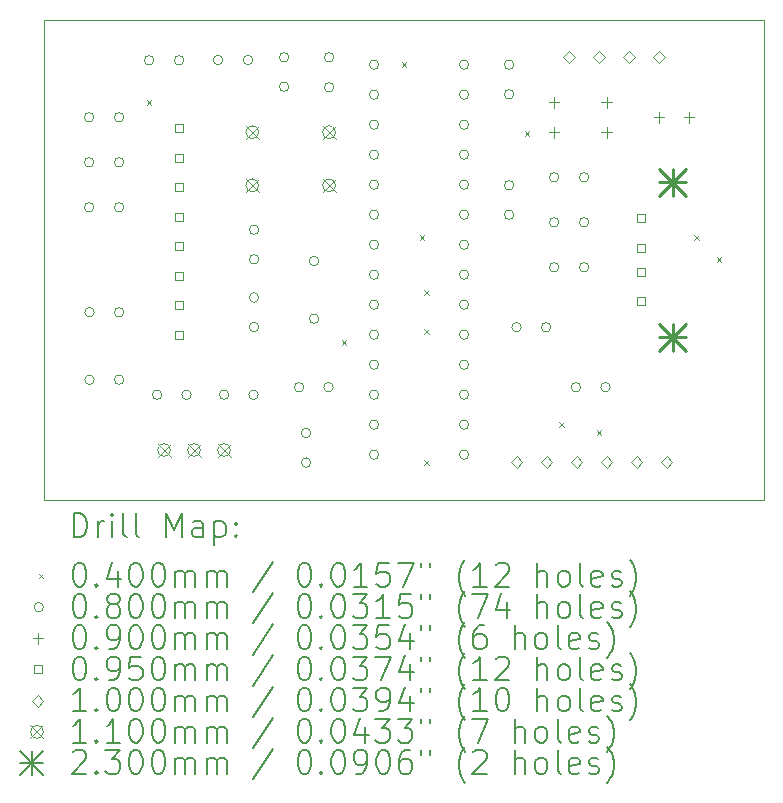
<source format=gbr>
%FSLAX45Y45*%
G04 Gerber Fmt 4.5, Leading zero omitted, Abs format (unit mm)*
G04 Created by KiCad (PCBNEW (6.0.6)) date 2023-10-21 22:29:06*
%MOMM*%
%LPD*%
G01*
G04 APERTURE LIST*
%TA.AperFunction,Profile*%
%ADD10C,0.100000*%
%TD*%
%ADD11C,0.200000*%
%ADD12C,0.040000*%
%ADD13C,0.080000*%
%ADD14C,0.090000*%
%ADD15C,0.095000*%
%ADD16C,0.100000*%
%ADD17C,0.110000*%
%ADD18C,0.230000*%
G04 APERTURE END LIST*
D10*
X10541000Y-6604000D02*
X16637000Y-6604000D01*
X16637000Y-6604000D02*
X16637000Y-10668000D01*
X16637000Y-10668000D02*
X10541000Y-10668000D01*
X10541000Y-10668000D02*
X10541000Y-6604000D01*
D11*
D12*
X11410000Y-7282500D02*
X11450000Y-7322500D01*
X11450000Y-7282500D02*
X11410000Y-7322500D01*
X13061000Y-9314500D02*
X13101000Y-9354500D01*
X13101000Y-9314500D02*
X13061000Y-9354500D01*
X13569000Y-6965000D02*
X13609000Y-7005000D01*
X13609000Y-6965000D02*
X13569000Y-7005000D01*
X13721400Y-8425500D02*
X13761400Y-8465500D01*
X13761400Y-8425500D02*
X13721400Y-8465500D01*
X13759500Y-8895400D02*
X13799500Y-8935400D01*
X13799500Y-8895400D02*
X13759500Y-8935400D01*
X13759500Y-9225600D02*
X13799500Y-9265600D01*
X13799500Y-9225600D02*
X13759500Y-9265600D01*
X13759500Y-10330500D02*
X13799500Y-10370500D01*
X13799500Y-10330500D02*
X13759500Y-10370500D01*
X14610400Y-7549200D02*
X14650400Y-7589200D01*
X14650400Y-7549200D02*
X14610400Y-7589200D01*
X14902500Y-10013000D02*
X14942500Y-10053000D01*
X14942500Y-10013000D02*
X14902500Y-10053000D01*
X15220000Y-10076500D02*
X15260000Y-10116500D01*
X15260000Y-10076500D02*
X15220000Y-10116500D01*
X16045500Y-8425500D02*
X16085500Y-8465500D01*
X16085500Y-8425500D02*
X16045500Y-8465500D01*
X16236000Y-8616000D02*
X16276000Y-8656000D01*
X16276000Y-8616000D02*
X16236000Y-8656000D01*
D13*
X10962000Y-7429500D02*
G75*
G03*
X10962000Y-7429500I-40000J0D01*
G01*
X10962000Y-7810500D02*
G75*
G03*
X10962000Y-7810500I-40000J0D01*
G01*
X10962000Y-8191500D02*
G75*
G03*
X10962000Y-8191500I-40000J0D01*
G01*
X10966000Y-9080500D02*
G75*
G03*
X10966000Y-9080500I-40000J0D01*
G01*
X10966000Y-9652000D02*
G75*
G03*
X10966000Y-9652000I-40000J0D01*
G01*
X11216000Y-7429500D02*
G75*
G03*
X11216000Y-7429500I-40000J0D01*
G01*
X11216000Y-7810500D02*
G75*
G03*
X11216000Y-7810500I-40000J0D01*
G01*
X11216000Y-8191500D02*
G75*
G03*
X11216000Y-8191500I-40000J0D01*
G01*
X11216000Y-9080500D02*
G75*
G03*
X11216000Y-9080500I-40000J0D01*
G01*
X11216000Y-9652000D02*
G75*
G03*
X11216000Y-9652000I-40000J0D01*
G01*
X11470000Y-6946900D02*
G75*
G03*
X11470000Y-6946900I-40000J0D01*
G01*
X11537500Y-9779000D02*
G75*
G03*
X11537500Y-9779000I-40000J0D01*
G01*
X11724000Y-6946900D02*
G75*
G03*
X11724000Y-6946900I-40000J0D01*
G01*
X11787500Y-9779000D02*
G75*
G03*
X11787500Y-9779000I-40000J0D01*
G01*
X12054200Y-6944000D02*
G75*
G03*
X12054200Y-6944000I-40000J0D01*
G01*
X12105000Y-9779000D02*
G75*
G03*
X12105000Y-9779000I-40000J0D01*
G01*
X12308200Y-6944000D02*
G75*
G03*
X12308200Y-6944000I-40000J0D01*
G01*
X12355000Y-9779000D02*
G75*
G03*
X12355000Y-9779000I-40000J0D01*
G01*
X12359000Y-8382000D02*
G75*
G03*
X12359000Y-8382000I-40000J0D01*
G01*
X12359000Y-8632000D02*
G75*
G03*
X12359000Y-8632000I-40000J0D01*
G01*
X12359000Y-8955500D02*
G75*
G03*
X12359000Y-8955500I-40000J0D01*
G01*
X12359000Y-9205500D02*
G75*
G03*
X12359000Y-9205500I-40000J0D01*
G01*
X12613000Y-6921500D02*
G75*
G03*
X12613000Y-6921500I-40000J0D01*
G01*
X12613000Y-7171500D02*
G75*
G03*
X12613000Y-7171500I-40000J0D01*
G01*
X12740000Y-9715500D02*
G75*
G03*
X12740000Y-9715500I-40000J0D01*
G01*
X12799500Y-10102989D02*
G75*
G03*
X12799500Y-10102989I-40000J0D01*
G01*
X12799500Y-10352989D02*
G75*
G03*
X12799500Y-10352989I-40000J0D01*
G01*
X12867000Y-8646000D02*
G75*
G03*
X12867000Y-8646000I-40000J0D01*
G01*
X12867000Y-9136000D02*
G75*
G03*
X12867000Y-9136000I-40000J0D01*
G01*
X12990000Y-9715500D02*
G75*
G03*
X12990000Y-9715500I-40000J0D01*
G01*
X12994000Y-6921500D02*
G75*
G03*
X12994000Y-6921500I-40000J0D01*
G01*
X12994000Y-7175500D02*
G75*
G03*
X12994000Y-7175500I-40000J0D01*
G01*
X13375000Y-6983500D02*
G75*
G03*
X13375000Y-6983500I-40000J0D01*
G01*
X13375000Y-7237500D02*
G75*
G03*
X13375000Y-7237500I-40000J0D01*
G01*
X13375000Y-7491500D02*
G75*
G03*
X13375000Y-7491500I-40000J0D01*
G01*
X13375000Y-7745500D02*
G75*
G03*
X13375000Y-7745500I-40000J0D01*
G01*
X13375000Y-7999500D02*
G75*
G03*
X13375000Y-7999500I-40000J0D01*
G01*
X13375000Y-8253500D02*
G75*
G03*
X13375000Y-8253500I-40000J0D01*
G01*
X13375000Y-8507500D02*
G75*
G03*
X13375000Y-8507500I-40000J0D01*
G01*
X13375000Y-8761500D02*
G75*
G03*
X13375000Y-8761500I-40000J0D01*
G01*
X13375000Y-9015500D02*
G75*
G03*
X13375000Y-9015500I-40000J0D01*
G01*
X13375000Y-9269500D02*
G75*
G03*
X13375000Y-9269500I-40000J0D01*
G01*
X13375000Y-9523500D02*
G75*
G03*
X13375000Y-9523500I-40000J0D01*
G01*
X13375000Y-9777500D02*
G75*
G03*
X13375000Y-9777500I-40000J0D01*
G01*
X13375000Y-10031500D02*
G75*
G03*
X13375000Y-10031500I-40000J0D01*
G01*
X13375000Y-10285500D02*
G75*
G03*
X13375000Y-10285500I-40000J0D01*
G01*
X14137000Y-6983500D02*
G75*
G03*
X14137000Y-6983500I-40000J0D01*
G01*
X14137000Y-7237500D02*
G75*
G03*
X14137000Y-7237500I-40000J0D01*
G01*
X14137000Y-7491500D02*
G75*
G03*
X14137000Y-7491500I-40000J0D01*
G01*
X14137000Y-7745500D02*
G75*
G03*
X14137000Y-7745500I-40000J0D01*
G01*
X14137000Y-7999500D02*
G75*
G03*
X14137000Y-7999500I-40000J0D01*
G01*
X14137000Y-8253500D02*
G75*
G03*
X14137000Y-8253500I-40000J0D01*
G01*
X14137000Y-8507500D02*
G75*
G03*
X14137000Y-8507500I-40000J0D01*
G01*
X14137000Y-8761500D02*
G75*
G03*
X14137000Y-8761500I-40000J0D01*
G01*
X14137000Y-9015500D02*
G75*
G03*
X14137000Y-9015500I-40000J0D01*
G01*
X14137000Y-9269500D02*
G75*
G03*
X14137000Y-9269500I-40000J0D01*
G01*
X14137000Y-9523500D02*
G75*
G03*
X14137000Y-9523500I-40000J0D01*
G01*
X14137000Y-9777500D02*
G75*
G03*
X14137000Y-9777500I-40000J0D01*
G01*
X14137000Y-10031500D02*
G75*
G03*
X14137000Y-10031500I-40000J0D01*
G01*
X14137000Y-10285500D02*
G75*
G03*
X14137000Y-10285500I-40000J0D01*
G01*
X14518000Y-6985000D02*
G75*
G03*
X14518000Y-6985000I-40000J0D01*
G01*
X14518000Y-7235000D02*
G75*
G03*
X14518000Y-7235000I-40000J0D01*
G01*
X14518000Y-8005000D02*
G75*
G03*
X14518000Y-8005000I-40000J0D01*
G01*
X14518000Y-8255000D02*
G75*
G03*
X14518000Y-8255000I-40000J0D01*
G01*
X14581500Y-9207500D02*
G75*
G03*
X14581500Y-9207500I-40000J0D01*
G01*
X14831500Y-9207500D02*
G75*
G03*
X14831500Y-9207500I-40000J0D01*
G01*
X14899000Y-7937500D02*
G75*
G03*
X14899000Y-7937500I-40000J0D01*
G01*
X14899000Y-8318500D02*
G75*
G03*
X14899000Y-8318500I-40000J0D01*
G01*
X14899000Y-8699500D02*
G75*
G03*
X14899000Y-8699500I-40000J0D01*
G01*
X15084738Y-9715500D02*
G75*
G03*
X15084738Y-9715500I-40000J0D01*
G01*
X15153000Y-7937500D02*
G75*
G03*
X15153000Y-7937500I-40000J0D01*
G01*
X15153000Y-8318500D02*
G75*
G03*
X15153000Y-8318500I-40000J0D01*
G01*
X15153000Y-8699500D02*
G75*
G03*
X15153000Y-8699500I-40000J0D01*
G01*
X15334738Y-9715500D02*
G75*
G03*
X15334738Y-9715500I-40000J0D01*
G01*
D14*
X14859000Y-7257500D02*
X14859000Y-7347500D01*
X14814000Y-7302500D02*
X14904000Y-7302500D01*
X14859000Y-7511500D02*
X14859000Y-7601500D01*
X14814000Y-7556500D02*
X14904000Y-7556500D01*
X15303500Y-7257500D02*
X15303500Y-7347500D01*
X15258500Y-7302500D02*
X15348500Y-7302500D01*
X15303500Y-7511500D02*
X15303500Y-7601500D01*
X15258500Y-7556500D02*
X15348500Y-7556500D01*
X15748000Y-7384500D02*
X15748000Y-7474500D01*
X15703000Y-7429500D02*
X15793000Y-7429500D01*
X16002000Y-7384500D02*
X16002000Y-7474500D01*
X15957000Y-7429500D02*
X16047000Y-7429500D01*
D15*
X11717588Y-7554588D02*
X11717588Y-7487412D01*
X11650412Y-7487412D01*
X11650412Y-7554588D01*
X11717588Y-7554588D01*
X11717588Y-7804588D02*
X11717588Y-7737412D01*
X11650412Y-7737412D01*
X11650412Y-7804588D01*
X11717588Y-7804588D01*
X11717588Y-8054588D02*
X11717588Y-7987412D01*
X11650412Y-7987412D01*
X11650412Y-8054588D01*
X11717588Y-8054588D01*
X11717588Y-8304588D02*
X11717588Y-8237412D01*
X11650412Y-8237412D01*
X11650412Y-8304588D01*
X11717588Y-8304588D01*
X11717588Y-8554588D02*
X11717588Y-8487412D01*
X11650412Y-8487412D01*
X11650412Y-8554588D01*
X11717588Y-8554588D01*
X11717588Y-8804588D02*
X11717588Y-8737412D01*
X11650412Y-8737412D01*
X11650412Y-8804588D01*
X11717588Y-8804588D01*
X11717588Y-9054588D02*
X11717588Y-8987412D01*
X11650412Y-8987412D01*
X11650412Y-9054588D01*
X11717588Y-9054588D01*
X11717588Y-9304588D02*
X11717588Y-9237412D01*
X11650412Y-9237412D01*
X11650412Y-9304588D01*
X11717588Y-9304588D01*
X15626588Y-8319588D02*
X15626588Y-8252412D01*
X15559412Y-8252412D01*
X15559412Y-8319588D01*
X15626588Y-8319588D01*
X15626588Y-8569588D02*
X15626588Y-8502412D01*
X15559412Y-8502412D01*
X15559412Y-8569588D01*
X15626588Y-8569588D01*
X15626588Y-8769588D02*
X15626588Y-8702412D01*
X15559412Y-8702412D01*
X15559412Y-8769588D01*
X15626588Y-8769588D01*
X15626588Y-9019588D02*
X15626588Y-8952412D01*
X15559412Y-8952412D01*
X15559412Y-9019588D01*
X15626588Y-9019588D01*
D16*
X14541500Y-10400500D02*
X14591500Y-10350500D01*
X14541500Y-10300500D01*
X14491500Y-10350500D01*
X14541500Y-10400500D01*
X14795500Y-10400500D02*
X14845500Y-10350500D01*
X14795500Y-10300500D01*
X14745500Y-10350500D01*
X14795500Y-10400500D01*
X14986000Y-6971500D02*
X15036000Y-6921500D01*
X14986000Y-6871500D01*
X14936000Y-6921500D01*
X14986000Y-6971500D01*
X15049500Y-10400500D02*
X15099500Y-10350500D01*
X15049500Y-10300500D01*
X14999500Y-10350500D01*
X15049500Y-10400500D01*
X15240000Y-6971500D02*
X15290000Y-6921500D01*
X15240000Y-6871500D01*
X15190000Y-6921500D01*
X15240000Y-6971500D01*
X15303500Y-10400500D02*
X15353500Y-10350500D01*
X15303500Y-10300500D01*
X15253500Y-10350500D01*
X15303500Y-10400500D01*
X15494000Y-6971500D02*
X15544000Y-6921500D01*
X15494000Y-6871500D01*
X15444000Y-6921500D01*
X15494000Y-6971500D01*
X15557500Y-10400500D02*
X15607500Y-10350500D01*
X15557500Y-10300500D01*
X15507500Y-10350500D01*
X15557500Y-10400500D01*
X15748000Y-6971500D02*
X15798000Y-6921500D01*
X15748000Y-6871500D01*
X15698000Y-6921500D01*
X15748000Y-6971500D01*
X15811500Y-10400500D02*
X15861500Y-10350500D01*
X15811500Y-10300500D01*
X15761500Y-10350500D01*
X15811500Y-10400500D01*
D17*
X11502000Y-10192000D02*
X11612000Y-10302000D01*
X11612000Y-10192000D02*
X11502000Y-10302000D01*
X11612000Y-10247000D02*
G75*
G03*
X11612000Y-10247000I-55000J0D01*
G01*
X11756000Y-10192000D02*
X11866000Y-10302000D01*
X11866000Y-10192000D02*
X11756000Y-10302000D01*
X11866000Y-10247000D02*
G75*
G03*
X11866000Y-10247000I-55000J0D01*
G01*
X12010000Y-10192000D02*
X12120000Y-10302000D01*
X12120000Y-10192000D02*
X12010000Y-10302000D01*
X12120000Y-10247000D02*
G75*
G03*
X12120000Y-10247000I-55000J0D01*
G01*
X12249000Y-7501500D02*
X12359000Y-7611500D01*
X12359000Y-7501500D02*
X12249000Y-7611500D01*
X12359000Y-7556500D02*
G75*
G03*
X12359000Y-7556500I-55000J0D01*
G01*
X12249000Y-7951500D02*
X12359000Y-8061500D01*
X12359000Y-7951500D02*
X12249000Y-8061500D01*
X12359000Y-8006500D02*
G75*
G03*
X12359000Y-8006500I-55000J0D01*
G01*
X12899000Y-7501500D02*
X13009000Y-7611500D01*
X13009000Y-7501500D02*
X12899000Y-7611500D01*
X13009000Y-7556500D02*
G75*
G03*
X13009000Y-7556500I-55000J0D01*
G01*
X12899000Y-7951500D02*
X13009000Y-8061500D01*
X13009000Y-7951500D02*
X12899000Y-8061500D01*
X13009000Y-8006500D02*
G75*
G03*
X13009000Y-8006500I-55000J0D01*
G01*
D18*
X15749000Y-7864000D02*
X15979000Y-8094000D01*
X15979000Y-7864000D02*
X15749000Y-8094000D01*
X15864000Y-7864000D02*
X15864000Y-8094000D01*
X15749000Y-7979000D02*
X15979000Y-7979000D01*
X15749000Y-9178000D02*
X15979000Y-9408000D01*
X15979000Y-9178000D02*
X15749000Y-9408000D01*
X15864000Y-9178000D02*
X15864000Y-9408000D01*
X15749000Y-9293000D02*
X15979000Y-9293000D01*
D11*
X10793619Y-10983476D02*
X10793619Y-10783476D01*
X10841238Y-10783476D01*
X10869810Y-10793000D01*
X10888857Y-10812048D01*
X10898381Y-10831095D01*
X10907905Y-10869190D01*
X10907905Y-10897762D01*
X10898381Y-10935857D01*
X10888857Y-10954905D01*
X10869810Y-10973952D01*
X10841238Y-10983476D01*
X10793619Y-10983476D01*
X10993619Y-10983476D02*
X10993619Y-10850143D01*
X10993619Y-10888238D02*
X11003143Y-10869190D01*
X11012667Y-10859667D01*
X11031714Y-10850143D01*
X11050762Y-10850143D01*
X11117429Y-10983476D02*
X11117429Y-10850143D01*
X11117429Y-10783476D02*
X11107905Y-10793000D01*
X11117429Y-10802524D01*
X11126952Y-10793000D01*
X11117429Y-10783476D01*
X11117429Y-10802524D01*
X11241238Y-10983476D02*
X11222190Y-10973952D01*
X11212667Y-10954905D01*
X11212667Y-10783476D01*
X11346000Y-10983476D02*
X11326952Y-10973952D01*
X11317428Y-10954905D01*
X11317428Y-10783476D01*
X11574571Y-10983476D02*
X11574571Y-10783476D01*
X11641238Y-10926333D01*
X11707905Y-10783476D01*
X11707905Y-10983476D01*
X11888857Y-10983476D02*
X11888857Y-10878714D01*
X11879333Y-10859667D01*
X11860286Y-10850143D01*
X11822190Y-10850143D01*
X11803143Y-10859667D01*
X11888857Y-10973952D02*
X11869809Y-10983476D01*
X11822190Y-10983476D01*
X11803143Y-10973952D01*
X11793619Y-10954905D01*
X11793619Y-10935857D01*
X11803143Y-10916810D01*
X11822190Y-10907286D01*
X11869809Y-10907286D01*
X11888857Y-10897762D01*
X11984095Y-10850143D02*
X11984095Y-11050143D01*
X11984095Y-10859667D02*
X12003143Y-10850143D01*
X12041238Y-10850143D01*
X12060286Y-10859667D01*
X12069809Y-10869190D01*
X12079333Y-10888238D01*
X12079333Y-10945381D01*
X12069809Y-10964429D01*
X12060286Y-10973952D01*
X12041238Y-10983476D01*
X12003143Y-10983476D01*
X11984095Y-10973952D01*
X12165048Y-10964429D02*
X12174571Y-10973952D01*
X12165048Y-10983476D01*
X12155524Y-10973952D01*
X12165048Y-10964429D01*
X12165048Y-10983476D01*
X12165048Y-10859667D02*
X12174571Y-10869190D01*
X12165048Y-10878714D01*
X12155524Y-10869190D01*
X12165048Y-10859667D01*
X12165048Y-10878714D01*
D12*
X10496000Y-11293000D02*
X10536000Y-11333000D01*
X10536000Y-11293000D02*
X10496000Y-11333000D01*
D11*
X10831714Y-11203476D02*
X10850762Y-11203476D01*
X10869810Y-11213000D01*
X10879333Y-11222524D01*
X10888857Y-11241571D01*
X10898381Y-11279667D01*
X10898381Y-11327286D01*
X10888857Y-11365381D01*
X10879333Y-11384428D01*
X10869810Y-11393952D01*
X10850762Y-11403476D01*
X10831714Y-11403476D01*
X10812667Y-11393952D01*
X10803143Y-11384428D01*
X10793619Y-11365381D01*
X10784095Y-11327286D01*
X10784095Y-11279667D01*
X10793619Y-11241571D01*
X10803143Y-11222524D01*
X10812667Y-11213000D01*
X10831714Y-11203476D01*
X10984095Y-11384428D02*
X10993619Y-11393952D01*
X10984095Y-11403476D01*
X10974571Y-11393952D01*
X10984095Y-11384428D01*
X10984095Y-11403476D01*
X11165048Y-11270143D02*
X11165048Y-11403476D01*
X11117429Y-11193952D02*
X11069810Y-11336809D01*
X11193619Y-11336809D01*
X11307905Y-11203476D02*
X11326952Y-11203476D01*
X11346000Y-11213000D01*
X11355524Y-11222524D01*
X11365048Y-11241571D01*
X11374571Y-11279667D01*
X11374571Y-11327286D01*
X11365048Y-11365381D01*
X11355524Y-11384428D01*
X11346000Y-11393952D01*
X11326952Y-11403476D01*
X11307905Y-11403476D01*
X11288857Y-11393952D01*
X11279333Y-11384428D01*
X11269809Y-11365381D01*
X11260286Y-11327286D01*
X11260286Y-11279667D01*
X11269809Y-11241571D01*
X11279333Y-11222524D01*
X11288857Y-11213000D01*
X11307905Y-11203476D01*
X11498381Y-11203476D02*
X11517428Y-11203476D01*
X11536476Y-11213000D01*
X11546000Y-11222524D01*
X11555524Y-11241571D01*
X11565048Y-11279667D01*
X11565048Y-11327286D01*
X11555524Y-11365381D01*
X11546000Y-11384428D01*
X11536476Y-11393952D01*
X11517428Y-11403476D01*
X11498381Y-11403476D01*
X11479333Y-11393952D01*
X11469809Y-11384428D01*
X11460286Y-11365381D01*
X11450762Y-11327286D01*
X11450762Y-11279667D01*
X11460286Y-11241571D01*
X11469809Y-11222524D01*
X11479333Y-11213000D01*
X11498381Y-11203476D01*
X11650762Y-11403476D02*
X11650762Y-11270143D01*
X11650762Y-11289190D02*
X11660286Y-11279667D01*
X11679333Y-11270143D01*
X11707905Y-11270143D01*
X11726952Y-11279667D01*
X11736476Y-11298714D01*
X11736476Y-11403476D01*
X11736476Y-11298714D02*
X11746000Y-11279667D01*
X11765048Y-11270143D01*
X11793619Y-11270143D01*
X11812667Y-11279667D01*
X11822190Y-11298714D01*
X11822190Y-11403476D01*
X11917428Y-11403476D02*
X11917428Y-11270143D01*
X11917428Y-11289190D02*
X11926952Y-11279667D01*
X11946000Y-11270143D01*
X11974571Y-11270143D01*
X11993619Y-11279667D01*
X12003143Y-11298714D01*
X12003143Y-11403476D01*
X12003143Y-11298714D02*
X12012667Y-11279667D01*
X12031714Y-11270143D01*
X12060286Y-11270143D01*
X12079333Y-11279667D01*
X12088857Y-11298714D01*
X12088857Y-11403476D01*
X12479333Y-11193952D02*
X12307905Y-11451095D01*
X12736476Y-11203476D02*
X12755524Y-11203476D01*
X12774571Y-11213000D01*
X12784095Y-11222524D01*
X12793619Y-11241571D01*
X12803143Y-11279667D01*
X12803143Y-11327286D01*
X12793619Y-11365381D01*
X12784095Y-11384428D01*
X12774571Y-11393952D01*
X12755524Y-11403476D01*
X12736476Y-11403476D01*
X12717428Y-11393952D01*
X12707905Y-11384428D01*
X12698381Y-11365381D01*
X12688857Y-11327286D01*
X12688857Y-11279667D01*
X12698381Y-11241571D01*
X12707905Y-11222524D01*
X12717428Y-11213000D01*
X12736476Y-11203476D01*
X12888857Y-11384428D02*
X12898381Y-11393952D01*
X12888857Y-11403476D01*
X12879333Y-11393952D01*
X12888857Y-11384428D01*
X12888857Y-11403476D01*
X13022190Y-11203476D02*
X13041238Y-11203476D01*
X13060286Y-11213000D01*
X13069809Y-11222524D01*
X13079333Y-11241571D01*
X13088857Y-11279667D01*
X13088857Y-11327286D01*
X13079333Y-11365381D01*
X13069809Y-11384428D01*
X13060286Y-11393952D01*
X13041238Y-11403476D01*
X13022190Y-11403476D01*
X13003143Y-11393952D01*
X12993619Y-11384428D01*
X12984095Y-11365381D01*
X12974571Y-11327286D01*
X12974571Y-11279667D01*
X12984095Y-11241571D01*
X12993619Y-11222524D01*
X13003143Y-11213000D01*
X13022190Y-11203476D01*
X13279333Y-11403476D02*
X13165048Y-11403476D01*
X13222190Y-11403476D02*
X13222190Y-11203476D01*
X13203143Y-11232048D01*
X13184095Y-11251095D01*
X13165048Y-11260619D01*
X13460286Y-11203476D02*
X13365048Y-11203476D01*
X13355524Y-11298714D01*
X13365048Y-11289190D01*
X13384095Y-11279667D01*
X13431714Y-11279667D01*
X13450762Y-11289190D01*
X13460286Y-11298714D01*
X13469809Y-11317762D01*
X13469809Y-11365381D01*
X13460286Y-11384428D01*
X13450762Y-11393952D01*
X13431714Y-11403476D01*
X13384095Y-11403476D01*
X13365048Y-11393952D01*
X13355524Y-11384428D01*
X13536476Y-11203476D02*
X13669809Y-11203476D01*
X13584095Y-11403476D01*
X13736476Y-11203476D02*
X13736476Y-11241571D01*
X13812667Y-11203476D02*
X13812667Y-11241571D01*
X14107905Y-11479667D02*
X14098381Y-11470143D01*
X14079333Y-11441571D01*
X14069809Y-11422524D01*
X14060286Y-11393952D01*
X14050762Y-11346333D01*
X14050762Y-11308238D01*
X14060286Y-11260619D01*
X14069809Y-11232048D01*
X14079333Y-11213000D01*
X14098381Y-11184429D01*
X14107905Y-11174905D01*
X14288857Y-11403476D02*
X14174571Y-11403476D01*
X14231714Y-11403476D02*
X14231714Y-11203476D01*
X14212667Y-11232048D01*
X14193619Y-11251095D01*
X14174571Y-11260619D01*
X14365048Y-11222524D02*
X14374571Y-11213000D01*
X14393619Y-11203476D01*
X14441238Y-11203476D01*
X14460286Y-11213000D01*
X14469809Y-11222524D01*
X14479333Y-11241571D01*
X14479333Y-11260619D01*
X14469809Y-11289190D01*
X14355524Y-11403476D01*
X14479333Y-11403476D01*
X14717428Y-11403476D02*
X14717428Y-11203476D01*
X14803143Y-11403476D02*
X14803143Y-11298714D01*
X14793619Y-11279667D01*
X14774571Y-11270143D01*
X14746000Y-11270143D01*
X14726952Y-11279667D01*
X14717428Y-11289190D01*
X14926952Y-11403476D02*
X14907905Y-11393952D01*
X14898381Y-11384428D01*
X14888857Y-11365381D01*
X14888857Y-11308238D01*
X14898381Y-11289190D01*
X14907905Y-11279667D01*
X14926952Y-11270143D01*
X14955524Y-11270143D01*
X14974571Y-11279667D01*
X14984095Y-11289190D01*
X14993619Y-11308238D01*
X14993619Y-11365381D01*
X14984095Y-11384428D01*
X14974571Y-11393952D01*
X14955524Y-11403476D01*
X14926952Y-11403476D01*
X15107905Y-11403476D02*
X15088857Y-11393952D01*
X15079333Y-11374905D01*
X15079333Y-11203476D01*
X15260286Y-11393952D02*
X15241238Y-11403476D01*
X15203143Y-11403476D01*
X15184095Y-11393952D01*
X15174571Y-11374905D01*
X15174571Y-11298714D01*
X15184095Y-11279667D01*
X15203143Y-11270143D01*
X15241238Y-11270143D01*
X15260286Y-11279667D01*
X15269809Y-11298714D01*
X15269809Y-11317762D01*
X15174571Y-11336809D01*
X15346000Y-11393952D02*
X15365048Y-11403476D01*
X15403143Y-11403476D01*
X15422190Y-11393952D01*
X15431714Y-11374905D01*
X15431714Y-11365381D01*
X15422190Y-11346333D01*
X15403143Y-11336809D01*
X15374571Y-11336809D01*
X15355524Y-11327286D01*
X15346000Y-11308238D01*
X15346000Y-11298714D01*
X15355524Y-11279667D01*
X15374571Y-11270143D01*
X15403143Y-11270143D01*
X15422190Y-11279667D01*
X15498381Y-11479667D02*
X15507905Y-11470143D01*
X15526952Y-11441571D01*
X15536476Y-11422524D01*
X15546000Y-11393952D01*
X15555524Y-11346333D01*
X15555524Y-11308238D01*
X15546000Y-11260619D01*
X15536476Y-11232048D01*
X15526952Y-11213000D01*
X15507905Y-11184429D01*
X15498381Y-11174905D01*
D13*
X10536000Y-11577000D02*
G75*
G03*
X10536000Y-11577000I-40000J0D01*
G01*
D11*
X10831714Y-11467476D02*
X10850762Y-11467476D01*
X10869810Y-11477000D01*
X10879333Y-11486524D01*
X10888857Y-11505571D01*
X10898381Y-11543667D01*
X10898381Y-11591286D01*
X10888857Y-11629381D01*
X10879333Y-11648428D01*
X10869810Y-11657952D01*
X10850762Y-11667476D01*
X10831714Y-11667476D01*
X10812667Y-11657952D01*
X10803143Y-11648428D01*
X10793619Y-11629381D01*
X10784095Y-11591286D01*
X10784095Y-11543667D01*
X10793619Y-11505571D01*
X10803143Y-11486524D01*
X10812667Y-11477000D01*
X10831714Y-11467476D01*
X10984095Y-11648428D02*
X10993619Y-11657952D01*
X10984095Y-11667476D01*
X10974571Y-11657952D01*
X10984095Y-11648428D01*
X10984095Y-11667476D01*
X11107905Y-11553190D02*
X11088857Y-11543667D01*
X11079333Y-11534143D01*
X11069810Y-11515095D01*
X11069810Y-11505571D01*
X11079333Y-11486524D01*
X11088857Y-11477000D01*
X11107905Y-11467476D01*
X11146000Y-11467476D01*
X11165048Y-11477000D01*
X11174571Y-11486524D01*
X11184095Y-11505571D01*
X11184095Y-11515095D01*
X11174571Y-11534143D01*
X11165048Y-11543667D01*
X11146000Y-11553190D01*
X11107905Y-11553190D01*
X11088857Y-11562714D01*
X11079333Y-11572238D01*
X11069810Y-11591286D01*
X11069810Y-11629381D01*
X11079333Y-11648428D01*
X11088857Y-11657952D01*
X11107905Y-11667476D01*
X11146000Y-11667476D01*
X11165048Y-11657952D01*
X11174571Y-11648428D01*
X11184095Y-11629381D01*
X11184095Y-11591286D01*
X11174571Y-11572238D01*
X11165048Y-11562714D01*
X11146000Y-11553190D01*
X11307905Y-11467476D02*
X11326952Y-11467476D01*
X11346000Y-11477000D01*
X11355524Y-11486524D01*
X11365048Y-11505571D01*
X11374571Y-11543667D01*
X11374571Y-11591286D01*
X11365048Y-11629381D01*
X11355524Y-11648428D01*
X11346000Y-11657952D01*
X11326952Y-11667476D01*
X11307905Y-11667476D01*
X11288857Y-11657952D01*
X11279333Y-11648428D01*
X11269809Y-11629381D01*
X11260286Y-11591286D01*
X11260286Y-11543667D01*
X11269809Y-11505571D01*
X11279333Y-11486524D01*
X11288857Y-11477000D01*
X11307905Y-11467476D01*
X11498381Y-11467476D02*
X11517428Y-11467476D01*
X11536476Y-11477000D01*
X11546000Y-11486524D01*
X11555524Y-11505571D01*
X11565048Y-11543667D01*
X11565048Y-11591286D01*
X11555524Y-11629381D01*
X11546000Y-11648428D01*
X11536476Y-11657952D01*
X11517428Y-11667476D01*
X11498381Y-11667476D01*
X11479333Y-11657952D01*
X11469809Y-11648428D01*
X11460286Y-11629381D01*
X11450762Y-11591286D01*
X11450762Y-11543667D01*
X11460286Y-11505571D01*
X11469809Y-11486524D01*
X11479333Y-11477000D01*
X11498381Y-11467476D01*
X11650762Y-11667476D02*
X11650762Y-11534143D01*
X11650762Y-11553190D02*
X11660286Y-11543667D01*
X11679333Y-11534143D01*
X11707905Y-11534143D01*
X11726952Y-11543667D01*
X11736476Y-11562714D01*
X11736476Y-11667476D01*
X11736476Y-11562714D02*
X11746000Y-11543667D01*
X11765048Y-11534143D01*
X11793619Y-11534143D01*
X11812667Y-11543667D01*
X11822190Y-11562714D01*
X11822190Y-11667476D01*
X11917428Y-11667476D02*
X11917428Y-11534143D01*
X11917428Y-11553190D02*
X11926952Y-11543667D01*
X11946000Y-11534143D01*
X11974571Y-11534143D01*
X11993619Y-11543667D01*
X12003143Y-11562714D01*
X12003143Y-11667476D01*
X12003143Y-11562714D02*
X12012667Y-11543667D01*
X12031714Y-11534143D01*
X12060286Y-11534143D01*
X12079333Y-11543667D01*
X12088857Y-11562714D01*
X12088857Y-11667476D01*
X12479333Y-11457952D02*
X12307905Y-11715095D01*
X12736476Y-11467476D02*
X12755524Y-11467476D01*
X12774571Y-11477000D01*
X12784095Y-11486524D01*
X12793619Y-11505571D01*
X12803143Y-11543667D01*
X12803143Y-11591286D01*
X12793619Y-11629381D01*
X12784095Y-11648428D01*
X12774571Y-11657952D01*
X12755524Y-11667476D01*
X12736476Y-11667476D01*
X12717428Y-11657952D01*
X12707905Y-11648428D01*
X12698381Y-11629381D01*
X12688857Y-11591286D01*
X12688857Y-11543667D01*
X12698381Y-11505571D01*
X12707905Y-11486524D01*
X12717428Y-11477000D01*
X12736476Y-11467476D01*
X12888857Y-11648428D02*
X12898381Y-11657952D01*
X12888857Y-11667476D01*
X12879333Y-11657952D01*
X12888857Y-11648428D01*
X12888857Y-11667476D01*
X13022190Y-11467476D02*
X13041238Y-11467476D01*
X13060286Y-11477000D01*
X13069809Y-11486524D01*
X13079333Y-11505571D01*
X13088857Y-11543667D01*
X13088857Y-11591286D01*
X13079333Y-11629381D01*
X13069809Y-11648428D01*
X13060286Y-11657952D01*
X13041238Y-11667476D01*
X13022190Y-11667476D01*
X13003143Y-11657952D01*
X12993619Y-11648428D01*
X12984095Y-11629381D01*
X12974571Y-11591286D01*
X12974571Y-11543667D01*
X12984095Y-11505571D01*
X12993619Y-11486524D01*
X13003143Y-11477000D01*
X13022190Y-11467476D01*
X13155524Y-11467476D02*
X13279333Y-11467476D01*
X13212667Y-11543667D01*
X13241238Y-11543667D01*
X13260286Y-11553190D01*
X13269809Y-11562714D01*
X13279333Y-11581762D01*
X13279333Y-11629381D01*
X13269809Y-11648428D01*
X13260286Y-11657952D01*
X13241238Y-11667476D01*
X13184095Y-11667476D01*
X13165048Y-11657952D01*
X13155524Y-11648428D01*
X13469809Y-11667476D02*
X13355524Y-11667476D01*
X13412667Y-11667476D02*
X13412667Y-11467476D01*
X13393619Y-11496048D01*
X13374571Y-11515095D01*
X13355524Y-11524619D01*
X13650762Y-11467476D02*
X13555524Y-11467476D01*
X13546000Y-11562714D01*
X13555524Y-11553190D01*
X13574571Y-11543667D01*
X13622190Y-11543667D01*
X13641238Y-11553190D01*
X13650762Y-11562714D01*
X13660286Y-11581762D01*
X13660286Y-11629381D01*
X13650762Y-11648428D01*
X13641238Y-11657952D01*
X13622190Y-11667476D01*
X13574571Y-11667476D01*
X13555524Y-11657952D01*
X13546000Y-11648428D01*
X13736476Y-11467476D02*
X13736476Y-11505571D01*
X13812667Y-11467476D02*
X13812667Y-11505571D01*
X14107905Y-11743667D02*
X14098381Y-11734143D01*
X14079333Y-11705571D01*
X14069809Y-11686524D01*
X14060286Y-11657952D01*
X14050762Y-11610333D01*
X14050762Y-11572238D01*
X14060286Y-11524619D01*
X14069809Y-11496048D01*
X14079333Y-11477000D01*
X14098381Y-11448428D01*
X14107905Y-11438905D01*
X14165048Y-11467476D02*
X14298381Y-11467476D01*
X14212667Y-11667476D01*
X14460286Y-11534143D02*
X14460286Y-11667476D01*
X14412667Y-11457952D02*
X14365048Y-11600809D01*
X14488857Y-11600809D01*
X14717428Y-11667476D02*
X14717428Y-11467476D01*
X14803143Y-11667476D02*
X14803143Y-11562714D01*
X14793619Y-11543667D01*
X14774571Y-11534143D01*
X14746000Y-11534143D01*
X14726952Y-11543667D01*
X14717428Y-11553190D01*
X14926952Y-11667476D02*
X14907905Y-11657952D01*
X14898381Y-11648428D01*
X14888857Y-11629381D01*
X14888857Y-11572238D01*
X14898381Y-11553190D01*
X14907905Y-11543667D01*
X14926952Y-11534143D01*
X14955524Y-11534143D01*
X14974571Y-11543667D01*
X14984095Y-11553190D01*
X14993619Y-11572238D01*
X14993619Y-11629381D01*
X14984095Y-11648428D01*
X14974571Y-11657952D01*
X14955524Y-11667476D01*
X14926952Y-11667476D01*
X15107905Y-11667476D02*
X15088857Y-11657952D01*
X15079333Y-11638905D01*
X15079333Y-11467476D01*
X15260286Y-11657952D02*
X15241238Y-11667476D01*
X15203143Y-11667476D01*
X15184095Y-11657952D01*
X15174571Y-11638905D01*
X15174571Y-11562714D01*
X15184095Y-11543667D01*
X15203143Y-11534143D01*
X15241238Y-11534143D01*
X15260286Y-11543667D01*
X15269809Y-11562714D01*
X15269809Y-11581762D01*
X15174571Y-11600809D01*
X15346000Y-11657952D02*
X15365048Y-11667476D01*
X15403143Y-11667476D01*
X15422190Y-11657952D01*
X15431714Y-11638905D01*
X15431714Y-11629381D01*
X15422190Y-11610333D01*
X15403143Y-11600809D01*
X15374571Y-11600809D01*
X15355524Y-11591286D01*
X15346000Y-11572238D01*
X15346000Y-11562714D01*
X15355524Y-11543667D01*
X15374571Y-11534143D01*
X15403143Y-11534143D01*
X15422190Y-11543667D01*
X15498381Y-11743667D02*
X15507905Y-11734143D01*
X15526952Y-11705571D01*
X15536476Y-11686524D01*
X15546000Y-11657952D01*
X15555524Y-11610333D01*
X15555524Y-11572238D01*
X15546000Y-11524619D01*
X15536476Y-11496048D01*
X15526952Y-11477000D01*
X15507905Y-11448428D01*
X15498381Y-11438905D01*
D14*
X10491000Y-11796000D02*
X10491000Y-11886000D01*
X10446000Y-11841000D02*
X10536000Y-11841000D01*
D11*
X10831714Y-11731476D02*
X10850762Y-11731476D01*
X10869810Y-11741000D01*
X10879333Y-11750524D01*
X10888857Y-11769571D01*
X10898381Y-11807667D01*
X10898381Y-11855286D01*
X10888857Y-11893381D01*
X10879333Y-11912428D01*
X10869810Y-11921952D01*
X10850762Y-11931476D01*
X10831714Y-11931476D01*
X10812667Y-11921952D01*
X10803143Y-11912428D01*
X10793619Y-11893381D01*
X10784095Y-11855286D01*
X10784095Y-11807667D01*
X10793619Y-11769571D01*
X10803143Y-11750524D01*
X10812667Y-11741000D01*
X10831714Y-11731476D01*
X10984095Y-11912428D02*
X10993619Y-11921952D01*
X10984095Y-11931476D01*
X10974571Y-11921952D01*
X10984095Y-11912428D01*
X10984095Y-11931476D01*
X11088857Y-11931476D02*
X11126952Y-11931476D01*
X11146000Y-11921952D01*
X11155524Y-11912428D01*
X11174571Y-11883857D01*
X11184095Y-11845762D01*
X11184095Y-11769571D01*
X11174571Y-11750524D01*
X11165048Y-11741000D01*
X11146000Y-11731476D01*
X11107905Y-11731476D01*
X11088857Y-11741000D01*
X11079333Y-11750524D01*
X11069810Y-11769571D01*
X11069810Y-11817190D01*
X11079333Y-11836238D01*
X11088857Y-11845762D01*
X11107905Y-11855286D01*
X11146000Y-11855286D01*
X11165048Y-11845762D01*
X11174571Y-11836238D01*
X11184095Y-11817190D01*
X11307905Y-11731476D02*
X11326952Y-11731476D01*
X11346000Y-11741000D01*
X11355524Y-11750524D01*
X11365048Y-11769571D01*
X11374571Y-11807667D01*
X11374571Y-11855286D01*
X11365048Y-11893381D01*
X11355524Y-11912428D01*
X11346000Y-11921952D01*
X11326952Y-11931476D01*
X11307905Y-11931476D01*
X11288857Y-11921952D01*
X11279333Y-11912428D01*
X11269809Y-11893381D01*
X11260286Y-11855286D01*
X11260286Y-11807667D01*
X11269809Y-11769571D01*
X11279333Y-11750524D01*
X11288857Y-11741000D01*
X11307905Y-11731476D01*
X11498381Y-11731476D02*
X11517428Y-11731476D01*
X11536476Y-11741000D01*
X11546000Y-11750524D01*
X11555524Y-11769571D01*
X11565048Y-11807667D01*
X11565048Y-11855286D01*
X11555524Y-11893381D01*
X11546000Y-11912428D01*
X11536476Y-11921952D01*
X11517428Y-11931476D01*
X11498381Y-11931476D01*
X11479333Y-11921952D01*
X11469809Y-11912428D01*
X11460286Y-11893381D01*
X11450762Y-11855286D01*
X11450762Y-11807667D01*
X11460286Y-11769571D01*
X11469809Y-11750524D01*
X11479333Y-11741000D01*
X11498381Y-11731476D01*
X11650762Y-11931476D02*
X11650762Y-11798143D01*
X11650762Y-11817190D02*
X11660286Y-11807667D01*
X11679333Y-11798143D01*
X11707905Y-11798143D01*
X11726952Y-11807667D01*
X11736476Y-11826714D01*
X11736476Y-11931476D01*
X11736476Y-11826714D02*
X11746000Y-11807667D01*
X11765048Y-11798143D01*
X11793619Y-11798143D01*
X11812667Y-11807667D01*
X11822190Y-11826714D01*
X11822190Y-11931476D01*
X11917428Y-11931476D02*
X11917428Y-11798143D01*
X11917428Y-11817190D02*
X11926952Y-11807667D01*
X11946000Y-11798143D01*
X11974571Y-11798143D01*
X11993619Y-11807667D01*
X12003143Y-11826714D01*
X12003143Y-11931476D01*
X12003143Y-11826714D02*
X12012667Y-11807667D01*
X12031714Y-11798143D01*
X12060286Y-11798143D01*
X12079333Y-11807667D01*
X12088857Y-11826714D01*
X12088857Y-11931476D01*
X12479333Y-11721952D02*
X12307905Y-11979095D01*
X12736476Y-11731476D02*
X12755524Y-11731476D01*
X12774571Y-11741000D01*
X12784095Y-11750524D01*
X12793619Y-11769571D01*
X12803143Y-11807667D01*
X12803143Y-11855286D01*
X12793619Y-11893381D01*
X12784095Y-11912428D01*
X12774571Y-11921952D01*
X12755524Y-11931476D01*
X12736476Y-11931476D01*
X12717428Y-11921952D01*
X12707905Y-11912428D01*
X12698381Y-11893381D01*
X12688857Y-11855286D01*
X12688857Y-11807667D01*
X12698381Y-11769571D01*
X12707905Y-11750524D01*
X12717428Y-11741000D01*
X12736476Y-11731476D01*
X12888857Y-11912428D02*
X12898381Y-11921952D01*
X12888857Y-11931476D01*
X12879333Y-11921952D01*
X12888857Y-11912428D01*
X12888857Y-11931476D01*
X13022190Y-11731476D02*
X13041238Y-11731476D01*
X13060286Y-11741000D01*
X13069809Y-11750524D01*
X13079333Y-11769571D01*
X13088857Y-11807667D01*
X13088857Y-11855286D01*
X13079333Y-11893381D01*
X13069809Y-11912428D01*
X13060286Y-11921952D01*
X13041238Y-11931476D01*
X13022190Y-11931476D01*
X13003143Y-11921952D01*
X12993619Y-11912428D01*
X12984095Y-11893381D01*
X12974571Y-11855286D01*
X12974571Y-11807667D01*
X12984095Y-11769571D01*
X12993619Y-11750524D01*
X13003143Y-11741000D01*
X13022190Y-11731476D01*
X13155524Y-11731476D02*
X13279333Y-11731476D01*
X13212667Y-11807667D01*
X13241238Y-11807667D01*
X13260286Y-11817190D01*
X13269809Y-11826714D01*
X13279333Y-11845762D01*
X13279333Y-11893381D01*
X13269809Y-11912428D01*
X13260286Y-11921952D01*
X13241238Y-11931476D01*
X13184095Y-11931476D01*
X13165048Y-11921952D01*
X13155524Y-11912428D01*
X13460286Y-11731476D02*
X13365048Y-11731476D01*
X13355524Y-11826714D01*
X13365048Y-11817190D01*
X13384095Y-11807667D01*
X13431714Y-11807667D01*
X13450762Y-11817190D01*
X13460286Y-11826714D01*
X13469809Y-11845762D01*
X13469809Y-11893381D01*
X13460286Y-11912428D01*
X13450762Y-11921952D01*
X13431714Y-11931476D01*
X13384095Y-11931476D01*
X13365048Y-11921952D01*
X13355524Y-11912428D01*
X13641238Y-11798143D02*
X13641238Y-11931476D01*
X13593619Y-11721952D02*
X13546000Y-11864809D01*
X13669809Y-11864809D01*
X13736476Y-11731476D02*
X13736476Y-11769571D01*
X13812667Y-11731476D02*
X13812667Y-11769571D01*
X14107905Y-12007667D02*
X14098381Y-11998143D01*
X14079333Y-11969571D01*
X14069809Y-11950524D01*
X14060286Y-11921952D01*
X14050762Y-11874333D01*
X14050762Y-11836238D01*
X14060286Y-11788619D01*
X14069809Y-11760048D01*
X14079333Y-11741000D01*
X14098381Y-11712428D01*
X14107905Y-11702905D01*
X14269809Y-11731476D02*
X14231714Y-11731476D01*
X14212667Y-11741000D01*
X14203143Y-11750524D01*
X14184095Y-11779095D01*
X14174571Y-11817190D01*
X14174571Y-11893381D01*
X14184095Y-11912428D01*
X14193619Y-11921952D01*
X14212667Y-11931476D01*
X14250762Y-11931476D01*
X14269809Y-11921952D01*
X14279333Y-11912428D01*
X14288857Y-11893381D01*
X14288857Y-11845762D01*
X14279333Y-11826714D01*
X14269809Y-11817190D01*
X14250762Y-11807667D01*
X14212667Y-11807667D01*
X14193619Y-11817190D01*
X14184095Y-11826714D01*
X14174571Y-11845762D01*
X14526952Y-11931476D02*
X14526952Y-11731476D01*
X14612667Y-11931476D02*
X14612667Y-11826714D01*
X14603143Y-11807667D01*
X14584095Y-11798143D01*
X14555524Y-11798143D01*
X14536476Y-11807667D01*
X14526952Y-11817190D01*
X14736476Y-11931476D02*
X14717428Y-11921952D01*
X14707905Y-11912428D01*
X14698381Y-11893381D01*
X14698381Y-11836238D01*
X14707905Y-11817190D01*
X14717428Y-11807667D01*
X14736476Y-11798143D01*
X14765048Y-11798143D01*
X14784095Y-11807667D01*
X14793619Y-11817190D01*
X14803143Y-11836238D01*
X14803143Y-11893381D01*
X14793619Y-11912428D01*
X14784095Y-11921952D01*
X14765048Y-11931476D01*
X14736476Y-11931476D01*
X14917428Y-11931476D02*
X14898381Y-11921952D01*
X14888857Y-11902905D01*
X14888857Y-11731476D01*
X15069809Y-11921952D02*
X15050762Y-11931476D01*
X15012667Y-11931476D01*
X14993619Y-11921952D01*
X14984095Y-11902905D01*
X14984095Y-11826714D01*
X14993619Y-11807667D01*
X15012667Y-11798143D01*
X15050762Y-11798143D01*
X15069809Y-11807667D01*
X15079333Y-11826714D01*
X15079333Y-11845762D01*
X14984095Y-11864809D01*
X15155524Y-11921952D02*
X15174571Y-11931476D01*
X15212667Y-11931476D01*
X15231714Y-11921952D01*
X15241238Y-11902905D01*
X15241238Y-11893381D01*
X15231714Y-11874333D01*
X15212667Y-11864809D01*
X15184095Y-11864809D01*
X15165048Y-11855286D01*
X15155524Y-11836238D01*
X15155524Y-11826714D01*
X15165048Y-11807667D01*
X15184095Y-11798143D01*
X15212667Y-11798143D01*
X15231714Y-11807667D01*
X15307905Y-12007667D02*
X15317428Y-11998143D01*
X15336476Y-11969571D01*
X15346000Y-11950524D01*
X15355524Y-11921952D01*
X15365048Y-11874333D01*
X15365048Y-11836238D01*
X15355524Y-11788619D01*
X15346000Y-11760048D01*
X15336476Y-11741000D01*
X15317428Y-11712428D01*
X15307905Y-11702905D01*
D15*
X10522088Y-12138588D02*
X10522088Y-12071412D01*
X10454912Y-12071412D01*
X10454912Y-12138588D01*
X10522088Y-12138588D01*
D11*
X10831714Y-11995476D02*
X10850762Y-11995476D01*
X10869810Y-12005000D01*
X10879333Y-12014524D01*
X10888857Y-12033571D01*
X10898381Y-12071667D01*
X10898381Y-12119286D01*
X10888857Y-12157381D01*
X10879333Y-12176428D01*
X10869810Y-12185952D01*
X10850762Y-12195476D01*
X10831714Y-12195476D01*
X10812667Y-12185952D01*
X10803143Y-12176428D01*
X10793619Y-12157381D01*
X10784095Y-12119286D01*
X10784095Y-12071667D01*
X10793619Y-12033571D01*
X10803143Y-12014524D01*
X10812667Y-12005000D01*
X10831714Y-11995476D01*
X10984095Y-12176428D02*
X10993619Y-12185952D01*
X10984095Y-12195476D01*
X10974571Y-12185952D01*
X10984095Y-12176428D01*
X10984095Y-12195476D01*
X11088857Y-12195476D02*
X11126952Y-12195476D01*
X11146000Y-12185952D01*
X11155524Y-12176428D01*
X11174571Y-12147857D01*
X11184095Y-12109762D01*
X11184095Y-12033571D01*
X11174571Y-12014524D01*
X11165048Y-12005000D01*
X11146000Y-11995476D01*
X11107905Y-11995476D01*
X11088857Y-12005000D01*
X11079333Y-12014524D01*
X11069810Y-12033571D01*
X11069810Y-12081190D01*
X11079333Y-12100238D01*
X11088857Y-12109762D01*
X11107905Y-12119286D01*
X11146000Y-12119286D01*
X11165048Y-12109762D01*
X11174571Y-12100238D01*
X11184095Y-12081190D01*
X11365048Y-11995476D02*
X11269809Y-11995476D01*
X11260286Y-12090714D01*
X11269809Y-12081190D01*
X11288857Y-12071667D01*
X11336476Y-12071667D01*
X11355524Y-12081190D01*
X11365048Y-12090714D01*
X11374571Y-12109762D01*
X11374571Y-12157381D01*
X11365048Y-12176428D01*
X11355524Y-12185952D01*
X11336476Y-12195476D01*
X11288857Y-12195476D01*
X11269809Y-12185952D01*
X11260286Y-12176428D01*
X11498381Y-11995476D02*
X11517428Y-11995476D01*
X11536476Y-12005000D01*
X11546000Y-12014524D01*
X11555524Y-12033571D01*
X11565048Y-12071667D01*
X11565048Y-12119286D01*
X11555524Y-12157381D01*
X11546000Y-12176428D01*
X11536476Y-12185952D01*
X11517428Y-12195476D01*
X11498381Y-12195476D01*
X11479333Y-12185952D01*
X11469809Y-12176428D01*
X11460286Y-12157381D01*
X11450762Y-12119286D01*
X11450762Y-12071667D01*
X11460286Y-12033571D01*
X11469809Y-12014524D01*
X11479333Y-12005000D01*
X11498381Y-11995476D01*
X11650762Y-12195476D02*
X11650762Y-12062143D01*
X11650762Y-12081190D02*
X11660286Y-12071667D01*
X11679333Y-12062143D01*
X11707905Y-12062143D01*
X11726952Y-12071667D01*
X11736476Y-12090714D01*
X11736476Y-12195476D01*
X11736476Y-12090714D02*
X11746000Y-12071667D01*
X11765048Y-12062143D01*
X11793619Y-12062143D01*
X11812667Y-12071667D01*
X11822190Y-12090714D01*
X11822190Y-12195476D01*
X11917428Y-12195476D02*
X11917428Y-12062143D01*
X11917428Y-12081190D02*
X11926952Y-12071667D01*
X11946000Y-12062143D01*
X11974571Y-12062143D01*
X11993619Y-12071667D01*
X12003143Y-12090714D01*
X12003143Y-12195476D01*
X12003143Y-12090714D02*
X12012667Y-12071667D01*
X12031714Y-12062143D01*
X12060286Y-12062143D01*
X12079333Y-12071667D01*
X12088857Y-12090714D01*
X12088857Y-12195476D01*
X12479333Y-11985952D02*
X12307905Y-12243095D01*
X12736476Y-11995476D02*
X12755524Y-11995476D01*
X12774571Y-12005000D01*
X12784095Y-12014524D01*
X12793619Y-12033571D01*
X12803143Y-12071667D01*
X12803143Y-12119286D01*
X12793619Y-12157381D01*
X12784095Y-12176428D01*
X12774571Y-12185952D01*
X12755524Y-12195476D01*
X12736476Y-12195476D01*
X12717428Y-12185952D01*
X12707905Y-12176428D01*
X12698381Y-12157381D01*
X12688857Y-12119286D01*
X12688857Y-12071667D01*
X12698381Y-12033571D01*
X12707905Y-12014524D01*
X12717428Y-12005000D01*
X12736476Y-11995476D01*
X12888857Y-12176428D02*
X12898381Y-12185952D01*
X12888857Y-12195476D01*
X12879333Y-12185952D01*
X12888857Y-12176428D01*
X12888857Y-12195476D01*
X13022190Y-11995476D02*
X13041238Y-11995476D01*
X13060286Y-12005000D01*
X13069809Y-12014524D01*
X13079333Y-12033571D01*
X13088857Y-12071667D01*
X13088857Y-12119286D01*
X13079333Y-12157381D01*
X13069809Y-12176428D01*
X13060286Y-12185952D01*
X13041238Y-12195476D01*
X13022190Y-12195476D01*
X13003143Y-12185952D01*
X12993619Y-12176428D01*
X12984095Y-12157381D01*
X12974571Y-12119286D01*
X12974571Y-12071667D01*
X12984095Y-12033571D01*
X12993619Y-12014524D01*
X13003143Y-12005000D01*
X13022190Y-11995476D01*
X13155524Y-11995476D02*
X13279333Y-11995476D01*
X13212667Y-12071667D01*
X13241238Y-12071667D01*
X13260286Y-12081190D01*
X13269809Y-12090714D01*
X13279333Y-12109762D01*
X13279333Y-12157381D01*
X13269809Y-12176428D01*
X13260286Y-12185952D01*
X13241238Y-12195476D01*
X13184095Y-12195476D01*
X13165048Y-12185952D01*
X13155524Y-12176428D01*
X13346000Y-11995476D02*
X13479333Y-11995476D01*
X13393619Y-12195476D01*
X13641238Y-12062143D02*
X13641238Y-12195476D01*
X13593619Y-11985952D02*
X13546000Y-12128809D01*
X13669809Y-12128809D01*
X13736476Y-11995476D02*
X13736476Y-12033571D01*
X13812667Y-11995476D02*
X13812667Y-12033571D01*
X14107905Y-12271667D02*
X14098381Y-12262143D01*
X14079333Y-12233571D01*
X14069809Y-12214524D01*
X14060286Y-12185952D01*
X14050762Y-12138333D01*
X14050762Y-12100238D01*
X14060286Y-12052619D01*
X14069809Y-12024048D01*
X14079333Y-12005000D01*
X14098381Y-11976428D01*
X14107905Y-11966905D01*
X14288857Y-12195476D02*
X14174571Y-12195476D01*
X14231714Y-12195476D02*
X14231714Y-11995476D01*
X14212667Y-12024048D01*
X14193619Y-12043095D01*
X14174571Y-12052619D01*
X14365048Y-12014524D02*
X14374571Y-12005000D01*
X14393619Y-11995476D01*
X14441238Y-11995476D01*
X14460286Y-12005000D01*
X14469809Y-12014524D01*
X14479333Y-12033571D01*
X14479333Y-12052619D01*
X14469809Y-12081190D01*
X14355524Y-12195476D01*
X14479333Y-12195476D01*
X14717428Y-12195476D02*
X14717428Y-11995476D01*
X14803143Y-12195476D02*
X14803143Y-12090714D01*
X14793619Y-12071667D01*
X14774571Y-12062143D01*
X14746000Y-12062143D01*
X14726952Y-12071667D01*
X14717428Y-12081190D01*
X14926952Y-12195476D02*
X14907905Y-12185952D01*
X14898381Y-12176428D01*
X14888857Y-12157381D01*
X14888857Y-12100238D01*
X14898381Y-12081190D01*
X14907905Y-12071667D01*
X14926952Y-12062143D01*
X14955524Y-12062143D01*
X14974571Y-12071667D01*
X14984095Y-12081190D01*
X14993619Y-12100238D01*
X14993619Y-12157381D01*
X14984095Y-12176428D01*
X14974571Y-12185952D01*
X14955524Y-12195476D01*
X14926952Y-12195476D01*
X15107905Y-12195476D02*
X15088857Y-12185952D01*
X15079333Y-12166905D01*
X15079333Y-11995476D01*
X15260286Y-12185952D02*
X15241238Y-12195476D01*
X15203143Y-12195476D01*
X15184095Y-12185952D01*
X15174571Y-12166905D01*
X15174571Y-12090714D01*
X15184095Y-12071667D01*
X15203143Y-12062143D01*
X15241238Y-12062143D01*
X15260286Y-12071667D01*
X15269809Y-12090714D01*
X15269809Y-12109762D01*
X15174571Y-12128809D01*
X15346000Y-12185952D02*
X15365048Y-12195476D01*
X15403143Y-12195476D01*
X15422190Y-12185952D01*
X15431714Y-12166905D01*
X15431714Y-12157381D01*
X15422190Y-12138333D01*
X15403143Y-12128809D01*
X15374571Y-12128809D01*
X15355524Y-12119286D01*
X15346000Y-12100238D01*
X15346000Y-12090714D01*
X15355524Y-12071667D01*
X15374571Y-12062143D01*
X15403143Y-12062143D01*
X15422190Y-12071667D01*
X15498381Y-12271667D02*
X15507905Y-12262143D01*
X15526952Y-12233571D01*
X15536476Y-12214524D01*
X15546000Y-12185952D01*
X15555524Y-12138333D01*
X15555524Y-12100238D01*
X15546000Y-12052619D01*
X15536476Y-12024048D01*
X15526952Y-12005000D01*
X15507905Y-11976428D01*
X15498381Y-11966905D01*
D16*
X10486000Y-12419000D02*
X10536000Y-12369000D01*
X10486000Y-12319000D01*
X10436000Y-12369000D01*
X10486000Y-12419000D01*
D11*
X10898381Y-12459476D02*
X10784095Y-12459476D01*
X10841238Y-12459476D02*
X10841238Y-12259476D01*
X10822190Y-12288048D01*
X10803143Y-12307095D01*
X10784095Y-12316619D01*
X10984095Y-12440428D02*
X10993619Y-12449952D01*
X10984095Y-12459476D01*
X10974571Y-12449952D01*
X10984095Y-12440428D01*
X10984095Y-12459476D01*
X11117429Y-12259476D02*
X11136476Y-12259476D01*
X11155524Y-12269000D01*
X11165048Y-12278524D01*
X11174571Y-12297571D01*
X11184095Y-12335667D01*
X11184095Y-12383286D01*
X11174571Y-12421381D01*
X11165048Y-12440428D01*
X11155524Y-12449952D01*
X11136476Y-12459476D01*
X11117429Y-12459476D01*
X11098381Y-12449952D01*
X11088857Y-12440428D01*
X11079333Y-12421381D01*
X11069810Y-12383286D01*
X11069810Y-12335667D01*
X11079333Y-12297571D01*
X11088857Y-12278524D01*
X11098381Y-12269000D01*
X11117429Y-12259476D01*
X11307905Y-12259476D02*
X11326952Y-12259476D01*
X11346000Y-12269000D01*
X11355524Y-12278524D01*
X11365048Y-12297571D01*
X11374571Y-12335667D01*
X11374571Y-12383286D01*
X11365048Y-12421381D01*
X11355524Y-12440428D01*
X11346000Y-12449952D01*
X11326952Y-12459476D01*
X11307905Y-12459476D01*
X11288857Y-12449952D01*
X11279333Y-12440428D01*
X11269809Y-12421381D01*
X11260286Y-12383286D01*
X11260286Y-12335667D01*
X11269809Y-12297571D01*
X11279333Y-12278524D01*
X11288857Y-12269000D01*
X11307905Y-12259476D01*
X11498381Y-12259476D02*
X11517428Y-12259476D01*
X11536476Y-12269000D01*
X11546000Y-12278524D01*
X11555524Y-12297571D01*
X11565048Y-12335667D01*
X11565048Y-12383286D01*
X11555524Y-12421381D01*
X11546000Y-12440428D01*
X11536476Y-12449952D01*
X11517428Y-12459476D01*
X11498381Y-12459476D01*
X11479333Y-12449952D01*
X11469809Y-12440428D01*
X11460286Y-12421381D01*
X11450762Y-12383286D01*
X11450762Y-12335667D01*
X11460286Y-12297571D01*
X11469809Y-12278524D01*
X11479333Y-12269000D01*
X11498381Y-12259476D01*
X11650762Y-12459476D02*
X11650762Y-12326143D01*
X11650762Y-12345190D02*
X11660286Y-12335667D01*
X11679333Y-12326143D01*
X11707905Y-12326143D01*
X11726952Y-12335667D01*
X11736476Y-12354714D01*
X11736476Y-12459476D01*
X11736476Y-12354714D02*
X11746000Y-12335667D01*
X11765048Y-12326143D01*
X11793619Y-12326143D01*
X11812667Y-12335667D01*
X11822190Y-12354714D01*
X11822190Y-12459476D01*
X11917428Y-12459476D02*
X11917428Y-12326143D01*
X11917428Y-12345190D02*
X11926952Y-12335667D01*
X11946000Y-12326143D01*
X11974571Y-12326143D01*
X11993619Y-12335667D01*
X12003143Y-12354714D01*
X12003143Y-12459476D01*
X12003143Y-12354714D02*
X12012667Y-12335667D01*
X12031714Y-12326143D01*
X12060286Y-12326143D01*
X12079333Y-12335667D01*
X12088857Y-12354714D01*
X12088857Y-12459476D01*
X12479333Y-12249952D02*
X12307905Y-12507095D01*
X12736476Y-12259476D02*
X12755524Y-12259476D01*
X12774571Y-12269000D01*
X12784095Y-12278524D01*
X12793619Y-12297571D01*
X12803143Y-12335667D01*
X12803143Y-12383286D01*
X12793619Y-12421381D01*
X12784095Y-12440428D01*
X12774571Y-12449952D01*
X12755524Y-12459476D01*
X12736476Y-12459476D01*
X12717428Y-12449952D01*
X12707905Y-12440428D01*
X12698381Y-12421381D01*
X12688857Y-12383286D01*
X12688857Y-12335667D01*
X12698381Y-12297571D01*
X12707905Y-12278524D01*
X12717428Y-12269000D01*
X12736476Y-12259476D01*
X12888857Y-12440428D02*
X12898381Y-12449952D01*
X12888857Y-12459476D01*
X12879333Y-12449952D01*
X12888857Y-12440428D01*
X12888857Y-12459476D01*
X13022190Y-12259476D02*
X13041238Y-12259476D01*
X13060286Y-12269000D01*
X13069809Y-12278524D01*
X13079333Y-12297571D01*
X13088857Y-12335667D01*
X13088857Y-12383286D01*
X13079333Y-12421381D01*
X13069809Y-12440428D01*
X13060286Y-12449952D01*
X13041238Y-12459476D01*
X13022190Y-12459476D01*
X13003143Y-12449952D01*
X12993619Y-12440428D01*
X12984095Y-12421381D01*
X12974571Y-12383286D01*
X12974571Y-12335667D01*
X12984095Y-12297571D01*
X12993619Y-12278524D01*
X13003143Y-12269000D01*
X13022190Y-12259476D01*
X13155524Y-12259476D02*
X13279333Y-12259476D01*
X13212667Y-12335667D01*
X13241238Y-12335667D01*
X13260286Y-12345190D01*
X13269809Y-12354714D01*
X13279333Y-12373762D01*
X13279333Y-12421381D01*
X13269809Y-12440428D01*
X13260286Y-12449952D01*
X13241238Y-12459476D01*
X13184095Y-12459476D01*
X13165048Y-12449952D01*
X13155524Y-12440428D01*
X13374571Y-12459476D02*
X13412667Y-12459476D01*
X13431714Y-12449952D01*
X13441238Y-12440428D01*
X13460286Y-12411857D01*
X13469809Y-12373762D01*
X13469809Y-12297571D01*
X13460286Y-12278524D01*
X13450762Y-12269000D01*
X13431714Y-12259476D01*
X13393619Y-12259476D01*
X13374571Y-12269000D01*
X13365048Y-12278524D01*
X13355524Y-12297571D01*
X13355524Y-12345190D01*
X13365048Y-12364238D01*
X13374571Y-12373762D01*
X13393619Y-12383286D01*
X13431714Y-12383286D01*
X13450762Y-12373762D01*
X13460286Y-12364238D01*
X13469809Y-12345190D01*
X13641238Y-12326143D02*
X13641238Y-12459476D01*
X13593619Y-12249952D02*
X13546000Y-12392809D01*
X13669809Y-12392809D01*
X13736476Y-12259476D02*
X13736476Y-12297571D01*
X13812667Y-12259476D02*
X13812667Y-12297571D01*
X14107905Y-12535667D02*
X14098381Y-12526143D01*
X14079333Y-12497571D01*
X14069809Y-12478524D01*
X14060286Y-12449952D01*
X14050762Y-12402333D01*
X14050762Y-12364238D01*
X14060286Y-12316619D01*
X14069809Y-12288048D01*
X14079333Y-12269000D01*
X14098381Y-12240428D01*
X14107905Y-12230905D01*
X14288857Y-12459476D02*
X14174571Y-12459476D01*
X14231714Y-12459476D02*
X14231714Y-12259476D01*
X14212667Y-12288048D01*
X14193619Y-12307095D01*
X14174571Y-12316619D01*
X14412667Y-12259476D02*
X14431714Y-12259476D01*
X14450762Y-12269000D01*
X14460286Y-12278524D01*
X14469809Y-12297571D01*
X14479333Y-12335667D01*
X14479333Y-12383286D01*
X14469809Y-12421381D01*
X14460286Y-12440428D01*
X14450762Y-12449952D01*
X14431714Y-12459476D01*
X14412667Y-12459476D01*
X14393619Y-12449952D01*
X14384095Y-12440428D01*
X14374571Y-12421381D01*
X14365048Y-12383286D01*
X14365048Y-12335667D01*
X14374571Y-12297571D01*
X14384095Y-12278524D01*
X14393619Y-12269000D01*
X14412667Y-12259476D01*
X14717428Y-12459476D02*
X14717428Y-12259476D01*
X14803143Y-12459476D02*
X14803143Y-12354714D01*
X14793619Y-12335667D01*
X14774571Y-12326143D01*
X14746000Y-12326143D01*
X14726952Y-12335667D01*
X14717428Y-12345190D01*
X14926952Y-12459476D02*
X14907905Y-12449952D01*
X14898381Y-12440428D01*
X14888857Y-12421381D01*
X14888857Y-12364238D01*
X14898381Y-12345190D01*
X14907905Y-12335667D01*
X14926952Y-12326143D01*
X14955524Y-12326143D01*
X14974571Y-12335667D01*
X14984095Y-12345190D01*
X14993619Y-12364238D01*
X14993619Y-12421381D01*
X14984095Y-12440428D01*
X14974571Y-12449952D01*
X14955524Y-12459476D01*
X14926952Y-12459476D01*
X15107905Y-12459476D02*
X15088857Y-12449952D01*
X15079333Y-12430905D01*
X15079333Y-12259476D01*
X15260286Y-12449952D02*
X15241238Y-12459476D01*
X15203143Y-12459476D01*
X15184095Y-12449952D01*
X15174571Y-12430905D01*
X15174571Y-12354714D01*
X15184095Y-12335667D01*
X15203143Y-12326143D01*
X15241238Y-12326143D01*
X15260286Y-12335667D01*
X15269809Y-12354714D01*
X15269809Y-12373762D01*
X15174571Y-12392809D01*
X15346000Y-12449952D02*
X15365048Y-12459476D01*
X15403143Y-12459476D01*
X15422190Y-12449952D01*
X15431714Y-12430905D01*
X15431714Y-12421381D01*
X15422190Y-12402333D01*
X15403143Y-12392809D01*
X15374571Y-12392809D01*
X15355524Y-12383286D01*
X15346000Y-12364238D01*
X15346000Y-12354714D01*
X15355524Y-12335667D01*
X15374571Y-12326143D01*
X15403143Y-12326143D01*
X15422190Y-12335667D01*
X15498381Y-12535667D02*
X15507905Y-12526143D01*
X15526952Y-12497571D01*
X15536476Y-12478524D01*
X15546000Y-12449952D01*
X15555524Y-12402333D01*
X15555524Y-12364238D01*
X15546000Y-12316619D01*
X15536476Y-12288048D01*
X15526952Y-12269000D01*
X15507905Y-12240428D01*
X15498381Y-12230905D01*
D17*
X10426000Y-12578000D02*
X10536000Y-12688000D01*
X10536000Y-12578000D02*
X10426000Y-12688000D01*
X10536000Y-12633000D02*
G75*
G03*
X10536000Y-12633000I-55000J0D01*
G01*
D11*
X10898381Y-12723476D02*
X10784095Y-12723476D01*
X10841238Y-12723476D02*
X10841238Y-12523476D01*
X10822190Y-12552048D01*
X10803143Y-12571095D01*
X10784095Y-12580619D01*
X10984095Y-12704428D02*
X10993619Y-12713952D01*
X10984095Y-12723476D01*
X10974571Y-12713952D01*
X10984095Y-12704428D01*
X10984095Y-12723476D01*
X11184095Y-12723476D02*
X11069810Y-12723476D01*
X11126952Y-12723476D02*
X11126952Y-12523476D01*
X11107905Y-12552048D01*
X11088857Y-12571095D01*
X11069810Y-12580619D01*
X11307905Y-12523476D02*
X11326952Y-12523476D01*
X11346000Y-12533000D01*
X11355524Y-12542524D01*
X11365048Y-12561571D01*
X11374571Y-12599667D01*
X11374571Y-12647286D01*
X11365048Y-12685381D01*
X11355524Y-12704428D01*
X11346000Y-12713952D01*
X11326952Y-12723476D01*
X11307905Y-12723476D01*
X11288857Y-12713952D01*
X11279333Y-12704428D01*
X11269809Y-12685381D01*
X11260286Y-12647286D01*
X11260286Y-12599667D01*
X11269809Y-12561571D01*
X11279333Y-12542524D01*
X11288857Y-12533000D01*
X11307905Y-12523476D01*
X11498381Y-12523476D02*
X11517428Y-12523476D01*
X11536476Y-12533000D01*
X11546000Y-12542524D01*
X11555524Y-12561571D01*
X11565048Y-12599667D01*
X11565048Y-12647286D01*
X11555524Y-12685381D01*
X11546000Y-12704428D01*
X11536476Y-12713952D01*
X11517428Y-12723476D01*
X11498381Y-12723476D01*
X11479333Y-12713952D01*
X11469809Y-12704428D01*
X11460286Y-12685381D01*
X11450762Y-12647286D01*
X11450762Y-12599667D01*
X11460286Y-12561571D01*
X11469809Y-12542524D01*
X11479333Y-12533000D01*
X11498381Y-12523476D01*
X11650762Y-12723476D02*
X11650762Y-12590143D01*
X11650762Y-12609190D02*
X11660286Y-12599667D01*
X11679333Y-12590143D01*
X11707905Y-12590143D01*
X11726952Y-12599667D01*
X11736476Y-12618714D01*
X11736476Y-12723476D01*
X11736476Y-12618714D02*
X11746000Y-12599667D01*
X11765048Y-12590143D01*
X11793619Y-12590143D01*
X11812667Y-12599667D01*
X11822190Y-12618714D01*
X11822190Y-12723476D01*
X11917428Y-12723476D02*
X11917428Y-12590143D01*
X11917428Y-12609190D02*
X11926952Y-12599667D01*
X11946000Y-12590143D01*
X11974571Y-12590143D01*
X11993619Y-12599667D01*
X12003143Y-12618714D01*
X12003143Y-12723476D01*
X12003143Y-12618714D02*
X12012667Y-12599667D01*
X12031714Y-12590143D01*
X12060286Y-12590143D01*
X12079333Y-12599667D01*
X12088857Y-12618714D01*
X12088857Y-12723476D01*
X12479333Y-12513952D02*
X12307905Y-12771095D01*
X12736476Y-12523476D02*
X12755524Y-12523476D01*
X12774571Y-12533000D01*
X12784095Y-12542524D01*
X12793619Y-12561571D01*
X12803143Y-12599667D01*
X12803143Y-12647286D01*
X12793619Y-12685381D01*
X12784095Y-12704428D01*
X12774571Y-12713952D01*
X12755524Y-12723476D01*
X12736476Y-12723476D01*
X12717428Y-12713952D01*
X12707905Y-12704428D01*
X12698381Y-12685381D01*
X12688857Y-12647286D01*
X12688857Y-12599667D01*
X12698381Y-12561571D01*
X12707905Y-12542524D01*
X12717428Y-12533000D01*
X12736476Y-12523476D01*
X12888857Y-12704428D02*
X12898381Y-12713952D01*
X12888857Y-12723476D01*
X12879333Y-12713952D01*
X12888857Y-12704428D01*
X12888857Y-12723476D01*
X13022190Y-12523476D02*
X13041238Y-12523476D01*
X13060286Y-12533000D01*
X13069809Y-12542524D01*
X13079333Y-12561571D01*
X13088857Y-12599667D01*
X13088857Y-12647286D01*
X13079333Y-12685381D01*
X13069809Y-12704428D01*
X13060286Y-12713952D01*
X13041238Y-12723476D01*
X13022190Y-12723476D01*
X13003143Y-12713952D01*
X12993619Y-12704428D01*
X12984095Y-12685381D01*
X12974571Y-12647286D01*
X12974571Y-12599667D01*
X12984095Y-12561571D01*
X12993619Y-12542524D01*
X13003143Y-12533000D01*
X13022190Y-12523476D01*
X13260286Y-12590143D02*
X13260286Y-12723476D01*
X13212667Y-12513952D02*
X13165048Y-12656809D01*
X13288857Y-12656809D01*
X13346000Y-12523476D02*
X13469809Y-12523476D01*
X13403143Y-12599667D01*
X13431714Y-12599667D01*
X13450762Y-12609190D01*
X13460286Y-12618714D01*
X13469809Y-12637762D01*
X13469809Y-12685381D01*
X13460286Y-12704428D01*
X13450762Y-12713952D01*
X13431714Y-12723476D01*
X13374571Y-12723476D01*
X13355524Y-12713952D01*
X13346000Y-12704428D01*
X13536476Y-12523476D02*
X13660286Y-12523476D01*
X13593619Y-12599667D01*
X13622190Y-12599667D01*
X13641238Y-12609190D01*
X13650762Y-12618714D01*
X13660286Y-12637762D01*
X13660286Y-12685381D01*
X13650762Y-12704428D01*
X13641238Y-12713952D01*
X13622190Y-12723476D01*
X13565048Y-12723476D01*
X13546000Y-12713952D01*
X13536476Y-12704428D01*
X13736476Y-12523476D02*
X13736476Y-12561571D01*
X13812667Y-12523476D02*
X13812667Y-12561571D01*
X14107905Y-12799667D02*
X14098381Y-12790143D01*
X14079333Y-12761571D01*
X14069809Y-12742524D01*
X14060286Y-12713952D01*
X14050762Y-12666333D01*
X14050762Y-12628238D01*
X14060286Y-12580619D01*
X14069809Y-12552048D01*
X14079333Y-12533000D01*
X14098381Y-12504428D01*
X14107905Y-12494905D01*
X14165048Y-12523476D02*
X14298381Y-12523476D01*
X14212667Y-12723476D01*
X14526952Y-12723476D02*
X14526952Y-12523476D01*
X14612667Y-12723476D02*
X14612667Y-12618714D01*
X14603143Y-12599667D01*
X14584095Y-12590143D01*
X14555524Y-12590143D01*
X14536476Y-12599667D01*
X14526952Y-12609190D01*
X14736476Y-12723476D02*
X14717428Y-12713952D01*
X14707905Y-12704428D01*
X14698381Y-12685381D01*
X14698381Y-12628238D01*
X14707905Y-12609190D01*
X14717428Y-12599667D01*
X14736476Y-12590143D01*
X14765048Y-12590143D01*
X14784095Y-12599667D01*
X14793619Y-12609190D01*
X14803143Y-12628238D01*
X14803143Y-12685381D01*
X14793619Y-12704428D01*
X14784095Y-12713952D01*
X14765048Y-12723476D01*
X14736476Y-12723476D01*
X14917428Y-12723476D02*
X14898381Y-12713952D01*
X14888857Y-12694905D01*
X14888857Y-12523476D01*
X15069809Y-12713952D02*
X15050762Y-12723476D01*
X15012667Y-12723476D01*
X14993619Y-12713952D01*
X14984095Y-12694905D01*
X14984095Y-12618714D01*
X14993619Y-12599667D01*
X15012667Y-12590143D01*
X15050762Y-12590143D01*
X15069809Y-12599667D01*
X15079333Y-12618714D01*
X15079333Y-12637762D01*
X14984095Y-12656809D01*
X15155524Y-12713952D02*
X15174571Y-12723476D01*
X15212667Y-12723476D01*
X15231714Y-12713952D01*
X15241238Y-12694905D01*
X15241238Y-12685381D01*
X15231714Y-12666333D01*
X15212667Y-12656809D01*
X15184095Y-12656809D01*
X15165048Y-12647286D01*
X15155524Y-12628238D01*
X15155524Y-12618714D01*
X15165048Y-12599667D01*
X15184095Y-12590143D01*
X15212667Y-12590143D01*
X15231714Y-12599667D01*
X15307905Y-12799667D02*
X15317428Y-12790143D01*
X15336476Y-12761571D01*
X15346000Y-12742524D01*
X15355524Y-12713952D01*
X15365048Y-12666333D01*
X15365048Y-12628238D01*
X15355524Y-12580619D01*
X15346000Y-12552048D01*
X15336476Y-12533000D01*
X15317428Y-12504428D01*
X15307905Y-12494905D01*
X10336000Y-12797000D02*
X10536000Y-12997000D01*
X10536000Y-12797000D02*
X10336000Y-12997000D01*
X10436000Y-12797000D02*
X10436000Y-12997000D01*
X10336000Y-12897000D02*
X10536000Y-12897000D01*
X10784095Y-12806524D02*
X10793619Y-12797000D01*
X10812667Y-12787476D01*
X10860286Y-12787476D01*
X10879333Y-12797000D01*
X10888857Y-12806524D01*
X10898381Y-12825571D01*
X10898381Y-12844619D01*
X10888857Y-12873190D01*
X10774571Y-12987476D01*
X10898381Y-12987476D01*
X10984095Y-12968428D02*
X10993619Y-12977952D01*
X10984095Y-12987476D01*
X10974571Y-12977952D01*
X10984095Y-12968428D01*
X10984095Y-12987476D01*
X11060286Y-12787476D02*
X11184095Y-12787476D01*
X11117429Y-12863667D01*
X11146000Y-12863667D01*
X11165048Y-12873190D01*
X11174571Y-12882714D01*
X11184095Y-12901762D01*
X11184095Y-12949381D01*
X11174571Y-12968428D01*
X11165048Y-12977952D01*
X11146000Y-12987476D01*
X11088857Y-12987476D01*
X11069810Y-12977952D01*
X11060286Y-12968428D01*
X11307905Y-12787476D02*
X11326952Y-12787476D01*
X11346000Y-12797000D01*
X11355524Y-12806524D01*
X11365048Y-12825571D01*
X11374571Y-12863667D01*
X11374571Y-12911286D01*
X11365048Y-12949381D01*
X11355524Y-12968428D01*
X11346000Y-12977952D01*
X11326952Y-12987476D01*
X11307905Y-12987476D01*
X11288857Y-12977952D01*
X11279333Y-12968428D01*
X11269809Y-12949381D01*
X11260286Y-12911286D01*
X11260286Y-12863667D01*
X11269809Y-12825571D01*
X11279333Y-12806524D01*
X11288857Y-12797000D01*
X11307905Y-12787476D01*
X11498381Y-12787476D02*
X11517428Y-12787476D01*
X11536476Y-12797000D01*
X11546000Y-12806524D01*
X11555524Y-12825571D01*
X11565048Y-12863667D01*
X11565048Y-12911286D01*
X11555524Y-12949381D01*
X11546000Y-12968428D01*
X11536476Y-12977952D01*
X11517428Y-12987476D01*
X11498381Y-12987476D01*
X11479333Y-12977952D01*
X11469809Y-12968428D01*
X11460286Y-12949381D01*
X11450762Y-12911286D01*
X11450762Y-12863667D01*
X11460286Y-12825571D01*
X11469809Y-12806524D01*
X11479333Y-12797000D01*
X11498381Y-12787476D01*
X11650762Y-12987476D02*
X11650762Y-12854143D01*
X11650762Y-12873190D02*
X11660286Y-12863667D01*
X11679333Y-12854143D01*
X11707905Y-12854143D01*
X11726952Y-12863667D01*
X11736476Y-12882714D01*
X11736476Y-12987476D01*
X11736476Y-12882714D02*
X11746000Y-12863667D01*
X11765048Y-12854143D01*
X11793619Y-12854143D01*
X11812667Y-12863667D01*
X11822190Y-12882714D01*
X11822190Y-12987476D01*
X11917428Y-12987476D02*
X11917428Y-12854143D01*
X11917428Y-12873190D02*
X11926952Y-12863667D01*
X11946000Y-12854143D01*
X11974571Y-12854143D01*
X11993619Y-12863667D01*
X12003143Y-12882714D01*
X12003143Y-12987476D01*
X12003143Y-12882714D02*
X12012667Y-12863667D01*
X12031714Y-12854143D01*
X12060286Y-12854143D01*
X12079333Y-12863667D01*
X12088857Y-12882714D01*
X12088857Y-12987476D01*
X12479333Y-12777952D02*
X12307905Y-13035095D01*
X12736476Y-12787476D02*
X12755524Y-12787476D01*
X12774571Y-12797000D01*
X12784095Y-12806524D01*
X12793619Y-12825571D01*
X12803143Y-12863667D01*
X12803143Y-12911286D01*
X12793619Y-12949381D01*
X12784095Y-12968428D01*
X12774571Y-12977952D01*
X12755524Y-12987476D01*
X12736476Y-12987476D01*
X12717428Y-12977952D01*
X12707905Y-12968428D01*
X12698381Y-12949381D01*
X12688857Y-12911286D01*
X12688857Y-12863667D01*
X12698381Y-12825571D01*
X12707905Y-12806524D01*
X12717428Y-12797000D01*
X12736476Y-12787476D01*
X12888857Y-12968428D02*
X12898381Y-12977952D01*
X12888857Y-12987476D01*
X12879333Y-12977952D01*
X12888857Y-12968428D01*
X12888857Y-12987476D01*
X13022190Y-12787476D02*
X13041238Y-12787476D01*
X13060286Y-12797000D01*
X13069809Y-12806524D01*
X13079333Y-12825571D01*
X13088857Y-12863667D01*
X13088857Y-12911286D01*
X13079333Y-12949381D01*
X13069809Y-12968428D01*
X13060286Y-12977952D01*
X13041238Y-12987476D01*
X13022190Y-12987476D01*
X13003143Y-12977952D01*
X12993619Y-12968428D01*
X12984095Y-12949381D01*
X12974571Y-12911286D01*
X12974571Y-12863667D01*
X12984095Y-12825571D01*
X12993619Y-12806524D01*
X13003143Y-12797000D01*
X13022190Y-12787476D01*
X13184095Y-12987476D02*
X13222190Y-12987476D01*
X13241238Y-12977952D01*
X13250762Y-12968428D01*
X13269809Y-12939857D01*
X13279333Y-12901762D01*
X13279333Y-12825571D01*
X13269809Y-12806524D01*
X13260286Y-12797000D01*
X13241238Y-12787476D01*
X13203143Y-12787476D01*
X13184095Y-12797000D01*
X13174571Y-12806524D01*
X13165048Y-12825571D01*
X13165048Y-12873190D01*
X13174571Y-12892238D01*
X13184095Y-12901762D01*
X13203143Y-12911286D01*
X13241238Y-12911286D01*
X13260286Y-12901762D01*
X13269809Y-12892238D01*
X13279333Y-12873190D01*
X13403143Y-12787476D02*
X13422190Y-12787476D01*
X13441238Y-12797000D01*
X13450762Y-12806524D01*
X13460286Y-12825571D01*
X13469809Y-12863667D01*
X13469809Y-12911286D01*
X13460286Y-12949381D01*
X13450762Y-12968428D01*
X13441238Y-12977952D01*
X13422190Y-12987476D01*
X13403143Y-12987476D01*
X13384095Y-12977952D01*
X13374571Y-12968428D01*
X13365048Y-12949381D01*
X13355524Y-12911286D01*
X13355524Y-12863667D01*
X13365048Y-12825571D01*
X13374571Y-12806524D01*
X13384095Y-12797000D01*
X13403143Y-12787476D01*
X13641238Y-12787476D02*
X13603143Y-12787476D01*
X13584095Y-12797000D01*
X13574571Y-12806524D01*
X13555524Y-12835095D01*
X13546000Y-12873190D01*
X13546000Y-12949381D01*
X13555524Y-12968428D01*
X13565048Y-12977952D01*
X13584095Y-12987476D01*
X13622190Y-12987476D01*
X13641238Y-12977952D01*
X13650762Y-12968428D01*
X13660286Y-12949381D01*
X13660286Y-12901762D01*
X13650762Y-12882714D01*
X13641238Y-12873190D01*
X13622190Y-12863667D01*
X13584095Y-12863667D01*
X13565048Y-12873190D01*
X13555524Y-12882714D01*
X13546000Y-12901762D01*
X13736476Y-12787476D02*
X13736476Y-12825571D01*
X13812667Y-12787476D02*
X13812667Y-12825571D01*
X14107905Y-13063667D02*
X14098381Y-13054143D01*
X14079333Y-13025571D01*
X14069809Y-13006524D01*
X14060286Y-12977952D01*
X14050762Y-12930333D01*
X14050762Y-12892238D01*
X14060286Y-12844619D01*
X14069809Y-12816048D01*
X14079333Y-12797000D01*
X14098381Y-12768428D01*
X14107905Y-12758905D01*
X14174571Y-12806524D02*
X14184095Y-12797000D01*
X14203143Y-12787476D01*
X14250762Y-12787476D01*
X14269809Y-12797000D01*
X14279333Y-12806524D01*
X14288857Y-12825571D01*
X14288857Y-12844619D01*
X14279333Y-12873190D01*
X14165048Y-12987476D01*
X14288857Y-12987476D01*
X14526952Y-12987476D02*
X14526952Y-12787476D01*
X14612667Y-12987476D02*
X14612667Y-12882714D01*
X14603143Y-12863667D01*
X14584095Y-12854143D01*
X14555524Y-12854143D01*
X14536476Y-12863667D01*
X14526952Y-12873190D01*
X14736476Y-12987476D02*
X14717428Y-12977952D01*
X14707905Y-12968428D01*
X14698381Y-12949381D01*
X14698381Y-12892238D01*
X14707905Y-12873190D01*
X14717428Y-12863667D01*
X14736476Y-12854143D01*
X14765048Y-12854143D01*
X14784095Y-12863667D01*
X14793619Y-12873190D01*
X14803143Y-12892238D01*
X14803143Y-12949381D01*
X14793619Y-12968428D01*
X14784095Y-12977952D01*
X14765048Y-12987476D01*
X14736476Y-12987476D01*
X14917428Y-12987476D02*
X14898381Y-12977952D01*
X14888857Y-12958905D01*
X14888857Y-12787476D01*
X15069809Y-12977952D02*
X15050762Y-12987476D01*
X15012667Y-12987476D01*
X14993619Y-12977952D01*
X14984095Y-12958905D01*
X14984095Y-12882714D01*
X14993619Y-12863667D01*
X15012667Y-12854143D01*
X15050762Y-12854143D01*
X15069809Y-12863667D01*
X15079333Y-12882714D01*
X15079333Y-12901762D01*
X14984095Y-12920809D01*
X15155524Y-12977952D02*
X15174571Y-12987476D01*
X15212667Y-12987476D01*
X15231714Y-12977952D01*
X15241238Y-12958905D01*
X15241238Y-12949381D01*
X15231714Y-12930333D01*
X15212667Y-12920809D01*
X15184095Y-12920809D01*
X15165048Y-12911286D01*
X15155524Y-12892238D01*
X15155524Y-12882714D01*
X15165048Y-12863667D01*
X15184095Y-12854143D01*
X15212667Y-12854143D01*
X15231714Y-12863667D01*
X15307905Y-13063667D02*
X15317428Y-13054143D01*
X15336476Y-13025571D01*
X15346000Y-13006524D01*
X15355524Y-12977952D01*
X15365048Y-12930333D01*
X15365048Y-12892238D01*
X15355524Y-12844619D01*
X15346000Y-12816048D01*
X15336476Y-12797000D01*
X15317428Y-12768428D01*
X15307905Y-12758905D01*
M02*

</source>
